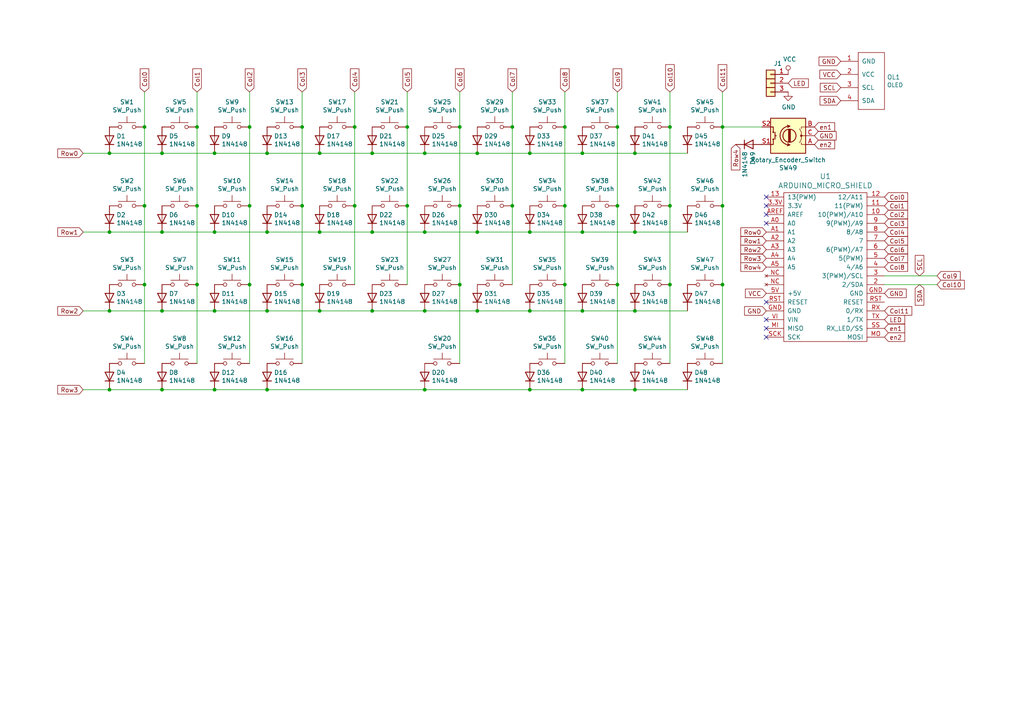
<source format=kicad_sch>
(kicad_sch (version 20211123) (generator eeschema)
  (paper "A4")
  (junction (at -92.71 64.77))
  (junction (at 31.75 113.03))
  (junction (at 123.19 44.45))
  (junction (at -54.61 100.33))
  (junction (at -168.91 90.17))
  (junction (at -35.56 21.59))
  (junction (at -149.86 36.83))
  (junction (at 92.71 67.31))
  (junction (at -149.86 100.33))
  (junction (at 184.15 44.45))
  (junction (at 57.15 36.83))
  (junction (at -73.66 115.57))
  (junction (at -35.56 115.57))
  (junction (at -130.81 115.57))
  (junction (at 92.71 90.17))
  (junction (at -130.81 64.77))
  (junction (at -149.86 90.17))
  (junction (at -111.76 49.53))
  (junction (at 87.63 36.83))
  (junction (at 148.59 59.69))
  (junction (at -92.71 36.83))
  (junction (at -130.81 36.83))
  (junction (at -187.96 74.93))
  (junction (at 62.23 113.03))
  (junction (at -35.56 64.77))
  (junction (at -207.01 74.93))
  (junction (at 107.95 44.45))
  (junction (at -54.61 115.57))
  (junction (at 148.59 36.83))
  (junction (at 194.31 59.69))
  (junction (at 72.39 36.83))
  (junction (at 168.91 113.03))
  (junction (at -54.61 90.17))
  (junction (at 133.35 82.55))
  (junction (at -168.91 64.77))
  (junction (at -226.06 36.83))
  (junction (at -35.56 100.33))
  (junction (at 133.35 59.69))
  (junction (at -207.01 36.83))
  (junction (at -73.66 100.33))
  (junction (at -226.06 90.17))
  (junction (at -226.06 74.93))
  (junction (at -111.76 74.93))
  (junction (at -16.51 115.57))
  (junction (at -73.66 64.77))
  (junction (at 153.67 90.17))
  (junction (at -16.51 100.33))
  (junction (at -130.81 90.17))
  (junction (at 31.75 90.17))
  (junction (at 184.15 113.03))
  (junction (at 153.67 44.45))
  (junction (at 179.07 36.83))
  (junction (at 168.91 67.31))
  (junction (at -168.91 74.93))
  (junction (at 77.47 90.17))
  (junction (at 77.47 44.45))
  (junction (at 46.99 67.31))
  (junction (at -92.71 49.53))
  (junction (at 87.63 82.55))
  (junction (at 41.91 59.69))
  (junction (at 163.83 36.83))
  (junction (at -73.66 21.59))
  (junction (at -73.66 74.93))
  (junction (at -54.61 64.77))
  (junction (at 209.55 36.83))
  (junction (at 163.83 82.55))
  (junction (at 168.91 90.17))
  (junction (at 107.95 67.31))
  (junction (at 163.83 59.69))
  (junction (at -111.76 90.17))
  (junction (at -35.56 49.53))
  (junction (at -130.81 21.59))
  (junction (at 107.95 90.17))
  (junction (at -35.56 90.17))
  (junction (at 168.91 44.45))
  (junction (at 179.07 82.55))
  (junction (at -111.76 64.77))
  (junction (at 179.07 59.69))
  (junction (at 46.99 90.17))
  (junction (at 46.99 113.03))
  (junction (at -187.96 90.17))
  (junction (at -92.71 74.93))
  (junction (at -149.86 64.77))
  (junction (at 46.99 44.45))
  (junction (at 41.91 36.83))
  (junction (at 62.23 90.17))
  (junction (at 209.55 59.69))
  (junction (at -111.76 36.83))
  (junction (at -92.71 90.17))
  (junction (at 87.63 59.69))
  (junction (at 62.23 44.45))
  (junction (at -207.01 21.59))
  (junction (at 153.67 67.31))
  (junction (at -111.76 115.57))
  (junction (at -187.96 36.83))
  (junction (at 194.31 36.83))
  (junction (at -149.86 21.59))
  (junction (at -35.56 36.83))
  (junction (at 138.43 44.45))
  (junction (at -187.96 49.53))
  (junction (at 194.31 82.55))
  (junction (at 184.15 67.31))
  (junction (at -130.81 49.53))
  (junction (at 77.47 67.31))
  (junction (at -111.76 100.33))
  (junction (at -54.61 21.59))
  (junction (at -187.96 64.77))
  (junction (at 118.11 36.83))
  (junction (at -73.66 90.17))
  (junction (at -149.86 74.93))
  (junction (at -54.61 36.83))
  (junction (at -226.06 21.59))
  (junction (at 133.35 36.83))
  (junction (at 123.19 67.31))
  (junction (at 138.43 90.17))
  (junction (at -54.61 49.53))
  (junction (at 102.87 59.69))
  (junction (at 72.39 59.69))
  (junction (at 41.91 82.55))
  (junction (at -73.66 36.83))
  (junction (at 31.75 44.45))
  (junction (at 31.75 67.31))
  (junction (at 123.19 113.03))
  (junction (at -16.51 64.77))
  (junction (at -92.71 115.57))
  (junction (at 57.15 82.55))
  (junction (at -207.01 90.17))
  (junction (at -92.71 100.33))
  (junction (at 77.47 113.03))
  (junction (at -16.51 49.53))
  (junction (at 92.71 44.45))
  (junction (at -207.01 49.53))
  (junction (at -168.91 49.53))
  (junction (at -168.91 36.83))
  (junction (at -149.86 115.57))
  (junction (at -111.76 21.59))
  (junction (at -187.96 21.59))
  (junction (at -35.56 74.93))
  (junction (at 184.15 90.17))
  (junction (at 118.11 59.69))
  (junction (at -149.86 49.53))
  (junction (at 57.15 59.69))
  (junction (at -207.01 64.77))
  (junction (at 102.87 36.83))
  (junction (at 138.43 67.31))
  (junction (at -92.71 21.59))
  (junction (at 62.23 67.31))
  (junction (at -168.91 21.59))
  (junction (at 209.55 82.55))
  (junction (at -73.66 49.53))
  (junction (at 153.67 113.03))
  (junction (at 72.39 82.55))
  (junction (at -130.81 100.33))
  (junction (at -130.81 74.93))
  (junction (at -54.61 74.93))
  (junction (at 123.19 90.17))
  (no_connect (at 222.25 59.69))
  (no_connect (at 222.25 92.71))
  (no_connect (at 222.25 87.63))
  (no_connect (at 222.25 57.15))
  (no_connect (at 222.25 62.23))
  (no_connect (at 222.25 97.79))
  (no_connect (at 222.25 95.25))
  (no_connect (at 222.25 64.77))
  (wire (pts (xy 138.43 44.45) (xy 153.67 44.45)))
  (wire (pts (xy 163.83 36.83) (xy 163.83 59.69)))
  (wire (pts (xy -73.66 100.33) (xy -92.71 100.33)))
  (wire (pts (xy -149.86 36.83) (xy -130.81 36.83)))
  (wire (pts (xy -73.66 49.53) (xy -92.71 49.53)))
  (wire (pts (xy -92.71 115.57) (xy -73.66 115.57)))
  (wire (pts (xy -16.51 100.33) (xy -35.56 100.33)))
  (wire (pts (xy 133.35 82.55) (xy 133.35 105.41)))
  (wire (pts (xy -35.56 49.53) (xy -54.61 49.53)))
  (wire (pts (xy -180.34 29.21) (xy -176.53 29.21)))
  (wire (pts (xy -73.66 36.83) (xy -54.61 36.83)))
  (wire (pts (xy -104.14 82.55) (xy -100.33 82.55)))
  (wire (pts (xy -123.19 82.55) (xy -119.38 82.55)))
  (wire (pts (xy -35.56 100.33) (xy -54.61 100.33)))
  (wire (pts (xy -27.94 29.21) (xy -24.13 29.21)))
  (wire (pts (xy 92.71 67.31) (xy 107.95 67.31)))
  (wire (pts (xy 46.99 67.31) (xy 62.23 67.31)))
  (wire (pts (xy -207.01 74.93) (xy -187.96 74.93)))
  (wire (pts (xy 271.78 82.55) (xy 256.54 82.55)))
  (wire (pts (xy -111.76 90.17) (xy -130.81 90.17)))
  (wire (pts (xy -233.68 57.15) (xy -236.22 57.15)))
  (wire (pts (xy -232.41 36.83) (xy -226.06 36.83)))
  (wire (pts (xy -27.94 82.55) (xy -24.13 82.55)))
  (wire (pts (xy -187.96 90.17) (xy -207.01 90.17)))
  (wire (pts (xy 194.31 26.67) (xy 194.31 36.83)))
  (wire (pts (xy 184.15 90.17) (xy 199.39 90.17)))
  (wire (pts (xy -168.91 115.57) (xy -149.86 115.57)))
  (wire (pts (xy -130.81 90.17) (xy -149.86 90.17)))
  (wire (pts (xy 123.19 44.45) (xy 138.43 44.45)))
  (wire (pts (xy -35.56 36.83) (xy -16.51 36.83)))
  (wire (pts (xy -195.58 57.15) (xy -199.39 57.15)))
  (wire (pts (xy -187.96 21.59) (xy -168.91 21.59)))
  (wire (pts (xy 209.55 26.67) (xy 209.55 36.83)))
  (wire (pts (xy -66.04 82.55) (xy -62.23 82.55)))
  (wire (pts (xy -92.71 90.17) (xy -111.76 90.17)))
  (wire (pts (xy 168.91 44.45) (xy 184.15 44.45)))
  (wire (pts (xy -16.51 49.53) (xy -35.56 49.53)))
  (wire (pts (xy -62.23 107.95) (xy -66.04 107.95)))
  (wire (pts (xy 102.87 36.83) (xy 102.87 59.69)))
  (wire (pts (xy 123.19 67.31) (xy 138.43 67.31)))
  (wire (pts (xy -142.24 29.21) (xy -138.43 29.21)))
  (wire (pts (xy -130.81 100.33) (xy -149.86 100.33)))
  (wire (pts (xy -54.61 100.33) (xy -73.66 100.33)))
  (wire (pts (xy -24.13 57.15) (xy -27.94 57.15)))
  (wire (pts (xy 133.35 26.67) (xy 133.35 36.83)))
  (wire (pts (xy -111.76 36.83) (xy -92.71 36.83)))
  (wire (pts (xy 62.23 67.31) (xy 77.47 67.31)))
  (wire (pts (xy -24.13 107.95) (xy -27.94 107.95)))
  (wire (pts (xy 102.87 59.69) (xy 102.87 82.55)))
  (wire (pts (xy 220.98 36.83) (xy 209.55 36.83)))
  (wire (pts (xy 31.75 44.45) (xy 46.99 44.45)))
  (wire (pts (xy -226.06 90.17) (xy -232.41 90.17)))
  (wire (pts (xy -62.23 57.15) (xy -66.04 57.15)))
  (wire (pts (xy 271.78 80.01) (xy 256.54 80.01)))
  (wire (pts (xy 31.75 67.31) (xy 46.99 67.31)))
  (wire (pts (xy 72.39 26.67) (xy 72.39 36.83)))
  (wire (pts (xy 133.35 59.69) (xy 133.35 82.55)))
  (wire (pts (xy -73.66 90.17) (xy -92.71 90.17)))
  (wire (pts (xy -43.18 57.15) (xy -46.99 57.15)))
  (wire (pts (xy 41.91 82.55) (xy 41.91 105.41)))
  (wire (pts (xy -138.43 57.15) (xy -142.24 57.15)))
  (wire (pts (xy 46.99 113.03) (xy 62.23 113.03)))
  (wire (pts (xy 92.71 44.45) (xy 107.95 44.45)))
  (wire (pts (xy -232.41 74.93) (xy -226.06 74.93)))
  (wire (pts (xy -66.04 29.21) (xy -62.23 29.21)))
  (wire (pts (xy -161.29 82.55) (xy -157.48 82.55)))
  (wire (pts (xy -81.28 107.95) (xy -85.09 107.95)))
  (wire (pts (xy -16.51 90.17) (xy -35.56 90.17)))
  (wire (pts (xy 87.63 82.55) (xy 87.63 105.41)))
  (wire (pts (xy -92.71 21.59) (xy -73.66 21.59)))
  (wire (pts (xy 179.07 59.69) (xy 179.07 82.55)))
  (wire (pts (xy 123.19 113.03) (xy 153.67 113.03)))
  (wire (pts (xy 168.91 90.17) (xy 184.15 90.17)))
  (wire (pts (xy 46.99 90.17) (xy 62.23 90.17)))
  (wire (pts (xy -16.51 64.77) (xy -10.16 64.77)))
  (wire (pts (xy -73.66 74.93) (xy -54.61 74.93)))
  (wire (pts (xy -35.56 115.57) (xy -16.51 115.57)))
  (wire (pts (xy 62.23 44.45) (xy 77.47 44.45)))
  (wire (pts (xy 118.11 36.83) (xy 118.11 59.69)))
  (wire (pts (xy -8.89 29.21) (xy -6.35 29.21)))
  (wire (pts (xy 179.07 26.67) (xy 179.07 36.83)))
  (wire (pts (xy -6.35 82.55) (xy -6.35 107.95)))
  (wire (pts (xy 118.11 59.69) (xy 118.11 82.55)))
  (wire (pts (xy 87.63 36.83) (xy 87.63 59.69)))
  (wire (pts (xy -226.06 36.83) (xy -207.01 36.83)))
  (wire (pts (xy -10.16 49.53) (xy -16.51 49.53)))
  (wire (pts (xy -46.99 82.55) (xy -43.18 82.55)))
  (wire (pts (xy -35.56 21.59) (xy -16.51 21.59)))
  (wire (pts (xy -218.44 82.55) (xy -214.63 82.55)))
  (wire (pts (xy 107.95 67.31) (xy 123.19 67.31)))
  (wire (pts (xy 209.55 82.55) (xy 209.55 105.41)))
  (wire (pts (xy 184.15 44.45) (xy 199.39 44.45)))
  (wire (pts (xy 46.99 44.45) (xy 62.23 44.45)))
  (wire (pts (xy -111.76 100.33) (xy -130.81 100.33)))
  (wire (pts (xy -149.86 21.59) (xy -130.81 21.59)))
  (wire (pts (xy 184.15 67.31) (xy 199.39 67.31)))
  (wire (pts (xy -119.38 107.95) (xy -123.19 107.95)))
  (wire (pts (xy 107.95 90.17) (xy 123.19 90.17)))
  (wire (pts (xy -187.96 74.93) (xy -168.91 74.93)))
  (wire (pts (xy -149.86 115.57) (xy -130.81 115.57)))
  (wire (pts (xy -54.61 64.77) (xy -35.56 64.77)))
  (wire (pts (xy 102.87 26.67) (xy 102.87 36.83)))
  (wire (pts (xy -43.18 107.95) (xy -46.99 107.95)))
  (wire (pts (xy -236.22 82.55) (xy -233.68 82.55)))
  (wire (pts (xy -130.81 74.93) (xy -111.76 74.93)))
  (wire (pts (xy -180.34 82.55) (xy -176.53 82.55)))
  (wire (pts (xy 168.91 113.03) (xy 184.15 113.03)))
  (wire (pts (xy -218.44 29.21) (xy -214.63 29.21)))
  (wire (pts (xy 153.67 44.45) (xy 168.91 44.45)))
  (wire (pts (xy -104.14 29.21) (xy -100.33 29.21)))
  (wire (pts (xy -157.48 57.15) (xy -161.29 57.15)))
  (wire (pts (xy 184.15 113.03) (xy 199.39 113.03)))
  (wire (pts (xy 24.13 90.17) (xy 31.75 90.17)))
  (wire (pts (xy 194.31 36.83) (xy 194.31 59.69)))
  (wire (pts (xy 148.59 59.69) (xy 148.59 82.55)))
  (wire (pts (xy -161.29 29.21) (xy -157.48 29.21)))
  (wire (pts (xy -73.66 64.77) (xy -54.61 64.77)))
  (wire (pts (xy -100.33 107.95) (xy -104.14 107.95)))
  (wire (pts (xy 31.75 90.17) (xy 46.99 90.17)))
  (wire (pts (xy 72.39 82.55) (xy 72.39 105.41)))
  (wire (pts (xy -149.86 100.33) (xy -168.91 100.33)))
  (wire (pts (xy -92.71 74.93) (xy -73.66 74.93)))
  (wire (pts (xy -187.96 64.77) (xy -168.91 64.77)))
  (wire (pts (xy 41.91 26.67) (xy 41.91 36.83)))
  (wire (pts (xy -236.22 57.15) (xy -236.22 82.55)))
  (wire (pts (xy 138.43 90.17) (xy 153.67 90.17)))
  (wire (pts (xy -168.91 74.93) (xy -149.86 74.93)))
  (wire (pts (xy -6.35 57.15) (xy -8.89 57.15)))
  (wire (pts (xy 107.95 44.45) (xy 123.19 44.45)))
  (wire (pts (xy 148.59 26.67) (xy 148.59 36.83)))
  (wire (pts (xy -226.06 74.93) (xy -207.01 74.93)))
  (wire (pts (xy -111.76 64.77) (xy -92.71 64.77)))
  (wire (pts (xy -207.01 49.53) (xy -226.06 49.53)))
  (wire (pts (xy -214.63 57.15) (xy -218.44 57.15)))
  (wire (pts (xy -199.39 82.55) (xy -195.58 82.55)))
  (wire (pts (xy -111.76 49.53) (xy -130.81 49.53)))
  (wire (pts (xy -6.35 29.21) (xy -6.35 57.15)))
  (wire (pts (xy -187.96 36.83) (xy -168.91 36.83)))
  (wire (pts (xy 62.23 90.17) (xy 77.47 90.17)))
  (wire (pts (xy -92.71 100.33) (xy -111.76 100.33)))
  (wire (pts (xy -111.76 115.57) (xy -92.71 115.57)))
  (wire (pts (xy -54.61 90.17) (xy -73.66 90.17)))
  (wire (pts (xy -73.66 115.57) (xy -54.61 115.57)))
  (wire (pts (xy -176.53 57.15) (xy -180.34 57.15)))
  (wire (pts (xy 62.23 113.03) (xy 77.47 113.03)))
  (wire (pts (xy -54.61 115.57) (xy -35.56 115.57)))
  (wire (pts (xy -199.39 29.21) (xy -195.58 29.21)))
  (wire (pts (xy 77.47 67.31) (xy 92.71 67.31)))
  (wire (pts (xy 57.15 26.67) (xy 57.15 36.83)))
  (wire (pts (xy 92.71 90.17) (xy 107.95 90.17)))
  (wire (pts (xy -149.86 49.53) (xy -168.91 49.53)))
  (wire (pts (xy -130.81 115.57) (xy -111.76 115.57)))
  (wire (pts (xy -111.76 74.93) (xy -92.71 74.93)))
  (wire (pts (xy -130.81 21.59) (xy -111.76 21.59)))
  (wire (pts (xy -130.81 49.53) (xy -149.86 49.53)))
  (wire (pts (xy -35.56 90.17) (xy -54.61 90.17)))
  (wire (pts (xy 209.55 36.83) (xy 209.55 59.69)))
  (wire (pts (xy -123.19 29.21) (xy -119.38 29.21)))
  (wire (pts (xy -54.61 74.93) (xy -35.56 74.93)))
  (wire (pts (xy -149.86 74.93) (xy -130.81 74.93)))
  (wire (pts (xy 209.55 59.69) (xy 209.55 82.55)))
  (wire (pts (xy -16.51 115.57) (xy -10.16 115.57)))
  (wire (pts (xy 41.91 59.69) (xy 41.91 82.55)))
  (wire (pts (xy 31.75 113.03) (xy 46.99 113.03)))
  (wire (pts (xy -187.96 49.53) (xy -207.01 49.53)))
  (wire (pts (xy -100.33 57.15) (xy -104.14 57.15)))
  (wire (pts (xy -226.06 21.59) (xy -207.01 21.59)))
  (wire (pts (xy 168.91 67.31) (xy 184.15 67.31)))
  (wire (pts (xy 153.67 113.03) (xy 168.91 113.03)))
  (wire (pts (xy 194.31 59.69) (xy 194.31 82.55)))
  (wire (pts (xy 179.07 36.83) (xy 179.07 59.69)))
  (wire (pts (xy -207.01 21.59) (xy -187.96 21.59)))
  (wire (pts (xy -81.28 57.15) (xy -85.09 57.15)))
  (wire (pts (xy -92.71 49.53) (xy -111.76 49.53)))
  (wire (pts (xy 194.31 82.55) (xy 194.31 105.41)))
  (wire (pts (xy -149.86 64.77) (xy -130.81 64.77)))
  (wire (pts (xy 57.15 36.83) (xy 57.15 59.69)))
  (wire (pts (xy -207.01 36.83) (xy -187.96 36.83)))
  (wire (pts (xy 77.47 44.45) (xy 92.71 44.45)))
  (wire (pts (xy -149.86 90.17) (xy -168.91 90.17)))
  (wire (pts (xy -207.01 90.17) (xy -226.06 90.17)))
  (wire (pts (xy 153.67 90.17) (xy 168.91 90.17)))
  (wire (pts (xy 87.63 59.69) (xy 87.63 82.55)))
  (wire (pts (xy -10.16 100.33) (xy -16.51 100.33)))
  (wire (pts (xy 118.11 26.67) (xy 118.11 36.83)))
  (wire (pts (xy -85.09 82.55) (xy -81.28 82.55)))
  (wire (pts (xy -168.91 90.17) (xy -187.96 90.17)))
  (wire (pts (xy 153.67 67.31) (xy 168.91 67.31)))
  (wire (pts (xy -92.71 36.83) (xy -73.66 36.83)))
  (wire (pts (xy 123.19 90.17) (xy 138.43 90.17)))
  (wire (pts (xy -73.66 21.59) (xy -54.61 21.59)))
  (wire (pts (xy 24.13 44.45) (xy 31.75 44.45)))
  (wire (pts (xy -138.43 107.95) (xy -142.24 107.95)))
  (wire (pts (xy 72.39 59.69) (xy 72.39 82.55)))
  (wire (pts (xy -8.89 82.55) (xy -6.35 82.55)))
  (wire (pts (xy -168.91 36.83) (xy -149.86 36.83)))
  (wire (pts (xy 138.43 67.31) (xy 153.67 67.31)))
  (wire (pts (xy 179.07 82.55) (xy 179.07 105.41)))
  (wire (pts (xy -130.81 64.77) (xy -111.76 64.77)))
  (wire (pts (xy -226.06 64.77) (xy -207.01 64.77)))
  (wire (pts (xy 24.13 67.31) (xy 31.75 67.31)))
  (wire (pts (xy -119.38 57.15) (xy -123.19 57.15)))
  (wire (pts (xy -85.09 29.21) (xy -81.28 29.21)))
  (wire (pts (xy -168.91 21.59) (xy -149.86 21.59)))
  (wire (pts (xy 41.91 36.83) (xy 41.91 59.69)))
  (wire (pts (xy 87.63 26.67) (xy 87.63 36.83)))
  (wire (pts (xy -168.91 64.77) (xy -149.86 64.77)))
  (wire (pts (xy -35.56 64.77) (xy -16.51 64.77)))
  (wire (pts (xy 77.47 90.17) (xy 92.71 90.17)))
  (wire (pts (xy -92.71 64.77) (xy -73.66 64.77)))
  (wire (pts (xy -168.91 49.53) (xy -187.96 49.53)))
  (wire (pts (xy -54.61 49.53) (xy -73.66 49.53)))
  (wire (pts (xy -54.61 36.83) (xy -35.56 36.83)))
  (wire (pts (xy 57.15 82.55) (xy 57.15 105.41)))
  (wire (pts (xy 163.83 82.55) (xy 163.83 105.41)))
  (wire (pts (xy 163.83 26.67) (xy 163.83 36.83)))
  (wire (pts (xy 77.47 113.03) (xy 123.19 113.03)))
  (wire (pts (xy 163.83 59.69) (xy 163.83 82.55)))
  (wire (pts (xy -157.48 107.95) (xy -161.29 107.95)))
  (wire (pts (xy -35.56 74.93) (xy -16.51 74.93)))
  (wire (pts (xy -232.41 21.59) (xy -226.06 21.59)))
  (wire (pts (xy 133.35 36.83) (xy 133.35 59.69)))
  (wire (pts (xy -6.35 107.95) (xy -8.89 107.95)))
  (wire (pts (xy 57.15 59.69) (xy 57.15 82.55)))
  (wire (pts (xy -142.24 82.55) (xy -138.43 82.55)))
  (wire (pts (xy 148.59 36.83) (xy 148.59 59.69)))
  (wire (pts (xy 72.39 36.83) (xy 72.39 59.69)))
  (wire (pts (xy 24.13 113.03) (xy 31.75 113.03)))
  (wire (pts (xy -54.61 21.59) (xy -35.56 21.59)))
  (wire (pts (xy -207.01 64.77) (xy -187.96 64.77)))
  (wire (pts (xy -46.99 29.21) (xy -43.18 29.21)))
  (wire (pts (xy -130.81 36.83) (xy -111.76 36.83)))
  (wire (pts (xy -111.76 21.59) (xy -92.71 21.59)))
  (global_label "Col6" (shape input) (at 256.54 72.39 0) (property "Intersheet References" "${INTERSHEET_REFS}" (effects hide)))
  (global_label "Col1" (shape input) (at 256.54 59.69 0) (property "Intersheet References" "${INTERSHEET_REFS}" (effects hide)))
  (global_label "GND" (shape input) (at 222.25 90.17 180) (property "Intersheet References" "${INTERSHEET_REFS}" (effects hide)))
  (global_label "Col11" (shape input) (at 209.55 26.67 90) (property "Intersheet References" "${INTERSHEET_REFS}" (effects hide)))
  (global_label "Row1" (shape input) (at 24.13 67.31 180) (property "Intersheet References" "${INTERSHEET_REFS}" (effects hide)))
  (global_label "Row3" (shape input) (at 222.25 74.93 180) (property "Intersheet References" "${INTERSHEET_REFS}" (effects hide)))
  (global_label "en2" (shape input) (at 236.22 41.91 0) (property "Intersheet References" "${INTERSHEET_REFS}" (effects hide)))
  (global_label "en1" (shape input) (at 256.54 95.25 0) (property "Intersheet References" "${INTERSHEET_REFS}" (effects hide)))
  (global_label "LED" (shape input) (at 256.54 92.71 0) (property "Intersheet References" "${INTERSHEET_REFS}" (effects hide)))
  (global_label "Col8" (shape input) (at 256.54 77.47 0) (property "Intersheet References" "${INTERSHEET_REFS}" (effects hide)))
  (global_label "Row3" (shape input) (at 24.13 113.03 180) (property "Intersheet References" "${INTERSHEET_REFS}" (effects hide)))
  (global_label "Row0" (shape input) (at 24.13 44.45 180) (property "Intersheet References" "${INTERSHEET_REFS}" (effects hide)))
  (global_label "Col4" (shape input) (at 102.87 26.67 90) (property "Intersheet References" "${INTERSHEET_REFS}" (effects hide)))
  (global_label "SDA" (shape input) (at 243.84 29.21 180) (property "Intersheet References" "${INTERSHEET_REFS}" (effects hide)))
  (global_label "Col0" (shape input) (at 256.54 57.15 0) (property "Intersheet References" "${INTERSHEET_REFS}" (effects hide)))
  (global_label "Row0" (shape input) (at 222.25 67.31 180) (property "Intersheet References" "${INTERSHEET_REFS}" (effects hide)))
  (global_label "en2" (shape input) (at 256.54 97.79 0) (property "Intersheet References" "${INTERSHEET_REFS}" (effects hide)))
  (global_label "Col5" (shape input) (at 256.54 69.85 0) (property "Intersheet References" "${INTERSHEET_REFS}" (effects hide)))
  (global_label "LED" (shape input) (at 228.6 24.13 0) (property "Intersheet References" "${INTERSHEET_REFS}" (effects hide)))
  (global_label "Row1" (shape input) (at 222.25 69.85 180) (property "Intersheet References" "${INTERSHEET_REFS}" (effects hide)))
  (global_label "GND" (shape input) (at 236.22 39.37 0) (property "Intersheet References" "${INTERSHEET_REFS}" (effects hide)))
  (global_label "Col7" (shape input) (at 256.54 74.93 0) (property "Intersheet References" "${INTERSHEET_REFS}" (effects hide)))
  (global_label "Col0" (shape input) (at 41.91 26.67 90) (property "Intersheet References" "${INTERSHEET_REFS}" (effects hide)))
  (global_label "GND" (shape input) (at 243.84 17.78 180) (property "Intersheet References" "${INTERSHEET_REFS}" (effects hide)))
  (global_label "Col2" (shape input) (at 256.54 62.23 0) (property "Intersheet References" "${INTERSHEET_REFS}" (effects hide)))
  (global_label "Col2" (shape input) (at 72.39 26.67 90) (property "Intersheet References" "${INTERSHEET_REFS}" (effects hide)))
  (global_label "Row4" (shape input) (at 213.36 41.91 270) (property "Intersheet References" "${INTERSHEET_REFS}" (effects hide)))
  (global_label "VCC" (shape input) (at 222.25 85.09 180) (property "Intersheet References" "${INTERSHEET_REFS}" (effects hide)))
  (global_label "SCL" (shape input) (at 266.7 80.01 90) (property "Intersheet References" "${INTERSHEET_REFS}" (effects hide)))
  (global_label "Col3" (shape input) (at 87.63 26.67 90) (property "Intersheet References" "${INTERSHEET_REFS}" (effects hide)))
  (global_label "Col10" (shape input) (at 194.31 26.67 90) (property "Intersheet References" "${INTERSHEET_REFS}" (effects hide)))
  (global_label "LED" (shape input) (at -233.68 29.21 180) (property "Intersheet References" "${INTERSHEET_REFS}" (effects hide)))
  (global_label "Col7" (shape input) (at 148.59 26.67 90) (property "Intersheet References" "${INTERSHEET_REFS}" (effects hide)))
  (global_label "Col5" (shape input) (at 118.11 26.67 90) (property "Intersheet References" "${INTERSHEET_REFS}" (effects hide)))
  (global_label "Row2" (shape input) (at 222.25 72.39 180) (property "Intersheet References" "${INTERSHEET_REFS}" (effects hide)))
  (global_label "Row2" (shape input) (at 24.13 90.17 180) (property "Intersheet References" "${INTERSHEET_REFS}" (effects hide)))
  (global_label "Col4" (shape input) (at 256.54 67.31 0) (property "Intersheet References" "${INTERSHEET_REFS}" (effects hide)))
  (global_label "Col8" (shape input) (at 163.83 26.67 90) (property "Intersheet References" "${INTERSHEET_REFS}" (effects hide)))
  (global_label "Col1" (shape input) (at 57.15 26.67 90) (property "Intersheet References" "${INTERSHEET_REFS}" (effects hide)))
  (global_label "VCC" (shape input) (at 243.84 21.59 180) (property "Intersheet References" "${INTERSHEET_REFS}" (effects hide)))
  (global_label "SCL" (shape input) (at 243.84 25.4 180) (property "Intersheet References" "${INTERSHEET_REFS}" (effects hide)))
  (global_label "Col11" (shape input) (at 256.54 90.17 0) (property "Intersheet References" "${INTERSHEET_REFS}" (effects hide)))
  (global_label "Col9" (shape input) (at 179.07 26.67 90) (property "Intersheet References" "${INTERSHEET_REFS}" (effects hide)))
  (global_label "Col9" (shape input) (at 271.78 80.01 0) (property "Intersheet References" "${INTERSHEET_REFS}" (effects hide)))
  (global_label "Row4" (shape input) (at 222.25 77.47 180) (property "Intersheet References" "${INTERSHEET_REFS}" (effects hide)))
  (global_label "Col6" (shape input) (at 133.35 26.67 90) (property "Intersheet References" "${INTERSHEET_REFS}" (effects hide)))
  (global_label "Col10" (shape input) (at 271.78 82.55 0) (property "Intersheet References" "${INTERSHEET_REFS}" (effects hide)))
  (global_label "Col3" (shape input) (at 256.54 64.77 0) (property "Intersheet References" "${INTERSHEET_REFS}" (effects hide)))
  (global_label "en1" (shape input) (at 236.22 36.83 0) (property "Intersheet References" "${INTERSHEET_REFS}" (effects hide)))
  (global_label "SDA" (shape input) (at 266.7 82.55 270) (property "Intersheet References" "${INTERSHEET_REFS}" (effects hide)))
  (global_label "GND" (shape input) (at 256.54 85.09 0) (property "Intersheet References" "${INTERSHEET_REFS}" (effects hide)))
  (symbol (lib_id "Switch:SW_Push") (at 36.83 36.83 0) (unit 1)
    (property "Reference" "SW1" (at 36.83 29.591 0))
    (property "Value" "SW_Push" (at 36.83 31.9024 0))
    (property "Footprint" "Mech0:CherryMX_Hotswap" (effects hide))
  )
  (symbol (lib_id "Switch:SW_Push") (at 52.07 36.83 0) (unit 1)
    (property "Reference" "SW5" (at 52.07 29.591 0))
    (property "Value" "SW_Push" (at 52.07 31.9024 0))
    (property "Footprint" "Mech0:CherryMX_Hotswap" (effects hide))
  )
  (symbol (lib_id "Switch:SW_Push") (at 67.31 36.83 0) (unit 1)
    (property "Reference" "SW9" (at 67.31 29.591 0))
    (property "Value" "SW_Push" (at 67.31 31.9024 0))
    (property "Footprint" "Mech0:CherryMX_Hotswap" (effects hide))
  )
  (symbol (lib_id "Switch:SW_Push") (at 82.55 36.83 0) (unit 1)
    (property "Reference" "SW13" (at 82.55 29.591 0))
    (property "Value" "SW_Push" (at 82.55 31.9024 0))
    (property "Footprint" "Mech0:CherryMX_Hotswap" (effects hide))
  )
  (symbol (lib_id "Switch:SW_Push") (at 97.79 36.83 0) (unit 1)
    (property "Reference" "SW17" (at 97.79 29.591 0))
    (property "Value" "SW_Push" (at 97.79 31.9024 0))
    (property "Footprint" "Mech0:CherryMX_Hotswap" (effects hide))
  )
  (symbol (lib_id "Switch:SW_Push") (at 113.03 36.83 0) (unit 1)
    (property "Reference" "SW21" (at 113.03 29.591 0))
    (property "Value" "SW_Push" (at 113.03 31.9024 0))
    (property "Footprint" "Mech0:CherryMX_Hotswap" (effects hide))
  )
  (symbol (lib_id "Switch:SW_Push") (at 128.27 36.83 0) (unit 1)
    (property "Reference" "SW25" (at 128.27 29.591 0))
    (property "Value" "SW_Push" (at 128.27 31.9024 0))
    (property "Footprint" "Mech0:CherryMX_Hotswap" (effects hide))
  )
  (symbol (lib_id "Switch:SW_Push") (at 143.51 36.83 0) (unit 1)
    (property "Reference" "SW29" (at 143.51 29.591 0))
    (property "Value" "SW_Push" (at 143.51 31.9024 0))
    (property "Footprint" "Mech0:CherryMX_Hotswap" (effects hide))
  )
  (symbol (lib_id "Switch:SW_Push") (at 158.75 36.83 0) (unit 1)
    (property "Reference" "SW33" (at 158.75 29.591 0))
    (property "Value" "SW_Push" (at 158.75 31.9024 0))
    (property "Footprint" "Mech0:CherryMX_Hotswap" (effects hide))
  )
  (symbol (lib_id "Switch:SW_Push") (at 173.99 36.83 0) (unit 1)
    (property "Reference" "SW37" (at 173.99 29.591 0))
    (property "Value" "SW_Push" (at 173.99 31.9024 0))
    (property "Footprint" "Mech0:CherryMX_Hotswap" (effects hide))
  )
  (symbol (lib_id "Switch:SW_Push") (at 189.23 36.83 0) (unit 1)
    (property "Reference" "SW41" (at 189.23 29.591 0))
    (property "Value" "SW_Push" (at 189.23 31.9024 0))
    (property "Footprint" "Mech0:CherryMX_Hotswap" (effects hide))
  )
  (symbol (lib_id "Switch:SW_Push") (at 204.47 36.83 0) (unit 1)
    (property "Reference" "SW45" (at 204.47 29.591 0))
    (property "Value" "SW_Push" (at 204.47 31.9024 0))
    (property "Footprint" "Mech0:CherryMX_Hotswap" (effects hide))
  )
  (symbol (lib_id "Switch:SW_Push") (at 36.83 59.69 0) (unit 1)
    (property "Reference" "SW2" (at 36.83 52.451 0))
    (property "Value" "SW_Push" (at 36.83 54.7624 0))
    (property "Footprint" "Mech0:CherryMX_Hotswap" (effects hide))
  )
  (symbol (lib_id "Switch:SW_Push") (at 52.07 59.69 0) (unit 1)
    (property "Reference" "SW6" (at 52.07 52.451 0))
    (property "Value" "SW_Push" (at 52.07 54.7624 0))
    (property "Footprint" "Mech0:CherryMX_Hotswap" (effects hide))
  )
  (symbol (lib_id "Switch:SW_Push") (at 67.31 59.69 0) (unit 1)
    (property "Reference" "SW10" (at 67.31 52.451 0))
    (property "Value" "SW_Push" (at 67.31 54.7624 0))
    (property "Footprint" "Mech0:CherryMX_Hotswap" (effects hide))
  )
  (symbol (lib_id "Switch:SW_Push") (at 82.55 59.69 0) (unit 1)
    (property "Reference" "SW14" (at 82.55 52.451 0))
    (property "Value" "SW_Push" (at 82.55 54.7624 0))
    (property "Footprint" "Mech0:CherryMX_Hotswap" (effects hide))
  )
  (symbol (lib_id "Switch:SW_Push") (at 97.79 59.69 0) (unit 1)
    (property "Reference" "SW18" (at 97.79 52.451 0))
    (property "Value" "SW_Push" (at 97.79 54.7624 0))
    (property "Footprint" "Mech0:CherryMX_Hotswap" (effects hide))
  )
  (symbol (lib_id "Switch:SW_Push") (at 113.03 59.69 0) (unit 1)
    (property "Reference" "SW22" (at 113.03 52.451 0))
    (property "Value" "SW_Push" (at 113.03 54.7624 0))
    (property "Footprint" "Mech0:CherryMX_Hotswap" (effects hide))
  )
  (symbol (lib_id "Switch:SW_Push") (at 128.27 59.69 0) (unit 1)
    (property "Reference" "SW26" (at 128.27 52.451 0))
    (property "Value" "SW_Push" (at 128.27 54.7624 0))
    (property "Footprint" "Mech0:CherryMX_Hotswap" (effects hide))
  )
  (symbol (lib_id "Switch:SW_Push") (at 143.51 59.69 0) (unit 1)
    (property "Reference" "SW30" (at 143.51 52.451 0))
    (property "Value" "SW_Push" (at 143.51 54.7624 0))
    (property "Footprint" "Mech0:CherryMX_Hotswap" (effects hide))
  )
  (symbol (lib_id "Switch:SW_Push") (at 158.75 59.69 0) (unit 1)
    (property "Reference" "SW34" (at 158.75 52.451 0))
    (property "Value" "SW_Push" (at 158.75 54.7624 0))
    (property "Footprint" "Mech0:CherryMX_Hotswap" (effects hide))
  )
  (symbol (lib_id "Switch:SW_Push") (at 173.99 59.69 0) (unit 1)
    (property "Reference" "SW38" (at 173.99 52.451 0))
    (property "Value" "SW_Push" (at 173.99 54.7624 0))
    (property "Footprint" "Mech0:CherryMX_Hotswap" (effects hide))
  )
  (symbol (lib_id "Switch:SW_Push") (at 189.23 59.69 0) (unit 1)
    (property "Reference" "SW42" (at 189.23 52.451 0))
    (property "Value" "SW_Push" (at 189.23 54.7624 0))
    (property "Footprint" "Mech0:CherryMX_Hotswap" (effects hide))
  )
  (symbol (lib_id "Switch:SW_Push") (at 204.47 59.69 0) (unit 1)
    (property "Reference" "SW46" (at 204.47 52.451 0))
    (property "Value" "SW_Push" (at 204.47 54.7624 0))
    (property "Footprint" "Mech0:CherryMX_Hotswap" (effects hide))
  )
  (symbol (lib_id "Switch:SW_Push") (at 36.83 82.55 0) (unit 1)
    (property "Reference" "SW3" (at 36.83 75.311 0))
    (property "Value" "SW_Push" (at 36.83 77.6224 0))
    (property "Footprint" "Mech0:CherryMX_Hotswap" (effects hide))
  )
  (symbol (lib_id "Switch:SW_Push") (at 52.07 82.55 0) (unit 1)
    (property "Reference" "SW7" (at 52.07 75.311 0))
    (property "Value" "SW_Push" (at 52.07 77.6224 0))
    (property "Footprint" "Mech0:CherryMX_Hotswap" (effects hide))
  )
  (symbol (lib_id "Switch:SW_Push") (at 67.31 82.55 0) (unit 1)
    (property "Reference" "SW11" (at 67.31 75.311 0))
    (property "Value" "SW_Push" (at 67.31 77.6224 0))
    (property "Footprint" "Mech0:CherryMX_Hotswap" (effects hide))
  )
  (symbol (lib_id "Switch:SW_Push") (at 82.55 82.55 0) (unit 1)
    (property "Reference" "SW15" (at 82.55 75.311 0))
    (property "Value" "SW_Push" (at 82.55 77.6224 0))
    (property "Footprint" "Mech0:CherryMX_Hotswap" (effects hide))
  )
  (symbol (lib_id "Switch:SW_Push") (at 97.79 82.55 0) (unit 1)
    (property "Reference" "SW19" (at 97.79 75.311 0))
    (property "Value" "SW_Push" (at 97.79 77.6224 0))
    (property "Footprint" "Mech0:CherryMX_Hotswap" (effects hide))
  )
  (symbol (lib_id "Switch:SW_Push") (at 113.03 82.55 0) (unit 1)
    (property "Reference" "SW23" (at 113.03 75.311 0))
    (property "Value" "SW_Push" (at 113.03 77.6224 0))
    (property "Footprint" "Mech0:CherryMX_Hotswap" (effects hide))
  )
  (symbol (lib_id "Switch:SW_Push") (at 128.27 82.55 0) (unit 1)
    (property "Reference" "SW27" (at 128.27 75.311 0))
    (property "Value" "SW_Push" (at 128.27 77.6224 0))
    (property "Footprint" "Mech0:CherryMX_Hotswap" (effects hide))
  )
  (symbol (lib_id "Switch:SW_Push") (at 143.51 82.55 0) (unit 1)
    (property "Reference" "SW31" (at 143.51 75.311 0))
    (property "Value" "SW_Push" (at 143.51 77.6224 0))
    (property "Footprint" "Mech0:CherryMX_Hotswap" (effects hide))
  )
  (symbol (lib_id "Switch:SW_Push") (at 158.75 82.55 0) (unit 1)
    (property "Reference" "SW35" (at 158.75 75.311 0))
    (property "Value" "SW_Push" (at 158.75 77.6224 0))
    (property "Footprint" "Mech0:CherryMX_Hotswap" (effects hide))
  )
  (symbol (lib_id "Switch:SW_Push") (at 173.99 82.55 0) (unit 1)
    (property "Reference" "SW39" (at 173.99 75.311 0))
    (property "Value" "SW_Push" (at 173.99 77.6224 0))
    (property "Footprint" "Mech0:CherryMX_Hotswap" (effects hide))
  )
  (symbol (lib_id "Switch:SW_Push") (at 189.23 82.55 0) (unit 1)
    (property "Reference" "SW43" (at 189.23 75.311 0))
    (property "Value" "SW_Push" (at 189.23 77.6224 0))
    (property "Footprint" "Mech0:CherryMX_Hotswap" (effects hide))
  )
  (symbol (lib_id "Switch:SW_Push") (at 204.47 82.55 0) (unit 1)
    (property "Reference" "SW47" (at 204.47 75.311 0))
    (property "Value" "SW_Push" (at 204.47 77.6224 0))
    (property "Footprint" "Mech0:CherryMX_Hotswap" (effects hide))
  )
  (symbol (lib_id "Switch:SW_Push") (at 36.83 105.41 0) (unit 1)
    (property "Reference" "SW4" (at 36.83 98.171 0))
    (property "Value" "SW_Push" (at 36.83 100.4824 0))
    (property "Footprint" "Mech0:CherryMX_Hotswap" (effects hide))
  )
  (symbol (lib_id "Switch:SW_Push") (at 52.07 105.41 0) (unit 1)
    (property "Reference" "SW8" (at 52.07 98.171 0))
    (property "Value" "SW_Push" (at 52.07 100.4824 0))
    (property "Footprint" "Mech0:CherryMX_Hotswap" (effects hide))
  )
  (symbol (lib_id "Switch:SW_Push") (at 67.31 105.41 0) (unit 1)
    (property "Reference" "SW12" (at 67.31 98.171 0))
    (property "Value" "SW_Push" (at 67.31 100.4824 0))
    (property "Footprint" "Mech0:CherryMX_Hotswap" (effects hide))
  )
  (symbol (lib_id "Switch:SW_Push") (at 82.55 105.41 0) (unit 1)
    (property "Reference" "SW16" (at 82.55 98.171 0))
    (property "Value" "SW_Push" (at 82.55 100.4824 0))
    (property "Footprint" "Mech0:CherryMX_Hotswap" (effects hide))
  )
  (symbol (lib_id "Switch:SW_Push") (at 128.27 105.41 0) (unit 1)
    (property "Reference" "SW20" (at 128.27 98.171 0))
    (property "Value" "SW_Push" (at 128.27 100.4824 0))
    (property "Footprint" "Mech0:CherryMX_Hotswap" (effects hide))
  )
  (symbol (lib_id "Switch:SW_Push") (at 158.75 105.41 0) (unit 1)
    (property "Reference" "SW36" (at 158.75 98.171 0))
    (property "Value" "SW_Push" (at 158.75 100.4824 0))
    (property "Footprint" "Mech0:CherryMX_Hotswap" (effects hide))
  )
  (symbol (lib_id "Switch:SW_Push") (at 173.99 105.41 0) (unit 1)
    (property "Reference" "SW40" (at 173.99 98.171 0))
    (property "Value" "SW_Push" (at 173.99 100.4824 0))
    (property "Footprint" "Mech0:CherryMX_Hotswap" (effects hide))
  )
  (symbol (lib_id "Switch:SW_Push") (at 189.23 105.41 0) (unit 1)
    (property "Reference" "SW44" (at 189.23 98.171 0))
    (property "Value" "SW_Push" (at 189.23 100.4824 0))
    (property "Footprint" "Mech0:CherryMX_Hotswap" (effects hide))
  )
  (symbol (lib_id "Switch:SW_Push") (at 204.47 105.41 0) (unit 1)
    (property "Reference" "SW48" (at 204.47 98.171 0))
    (property "Value" "SW_Push" (at 204.47 100.4824 0))
    (property "Footprint" "Mech0:CherryMX_Hotswap" (effects hide))
  )
  (symbol (lib_id "Diode:1N4148") (at 31.75 40.64 90) (unit 1)
    (property "Reference" "D1" (at 33.7566 39.4716 90) (effects (justify right)))
    (property "Value" "1N4148" (at 33.7566 41.783 90) (effects (justify right)))
    (property "Footprint" "Diode_THT:D_DO-35_SOD27_P7.62mm_Horizontal" (effects hide))
    (property "Datasheet" "https://assets.nexperia.com/documents/data-sheet/1N4148_1N4448.pdf" (effects hide))
  )
  (symbol (lib_id "Diode:1N4148") (at 46.99 40.64 90) (unit 1)
    (property "Reference" "D5" (at 48.9966 39.4716 90) (effects (justify right)))
    (property "Value" "1N4148" (at 48.9966 41.783 90) (effects (justify right)))
    (property "Footprint" "Diode_THT:D_DO-35_SOD27_P7.62mm_Horizontal" (effects hide))
    (property "Datasheet" "https://assets.nexperia.com/documents/data-sheet/1N4148_1N4448.pdf" (effects hide))
  )
  (symbol (lib_id "Diode:1N4148") (at 62.23 40.64 90) (unit 1)
    (property "Reference" "D9" (at 64.2366 39.4716 90) (effects (justify right)))
    (property "Value" "1N4148" (at 64.2366 41.783 90) (effects (justify right)))
    (property "Footprint" "Diode_THT:D_DO-35_SOD27_P7.62mm_Horizontal" (effects hide))
    (property "Datasheet" "https://assets.nexperia.com/documents/data-sheet/1N4148_1N4448.pdf" (effects hide))
  )
  (symbol (lib_id "Diode:1N4148") (at 77.47 40.64 90) (unit 1)
    (property "Reference" "D13" (at 79.4766 39.4716 90) (effects (justify right)))
    (property "Value" "1N4148" (at 79.4766 41.783 90) (effects (justify right)))
    (property "Footprint" "Diode_THT:D_DO-35_SOD27_P7.62mm_Horizontal" (effects hide))
    (property "Datasheet" "https://assets.nexperia.com/documents/data-sheet/1N4148_1N4448.pdf" (effects hide))
  )
  (symbol (lib_id "Diode:1N4148") (at 92.71 40.64 90) (unit 1)
    (property "Reference" "D17" (at 94.7166 39.4716 90) (effects (justify right)))
    (property "Value" "1N4148" (at 94.7166 41.783 90) (effects (justify right)))
    (property "Footprint" "Diode_THT:D_DO-35_SOD27_P7.62mm_Horizontal" (effects hide))
    (property "Datasheet" "https://assets.nexperia.com/documents/data-sheet/1N4148_1N4448.pdf" (effects hide))
  )
  (symbol (lib_id "Diode:1N4148") (at 107.95 40.64 90) (unit 1)
    (property "Reference" "D21" (at 109.9566 39.4716 90) (effects (justify right)))
    (property "Value" "1N4148" (at 109.9566 41.783 90) (effects (justify right)))
    (property "Footprint" "Diode_THT:D_DO-35_SOD27_P7.62mm_Horizontal" (effects hide))
    (property "Datasheet" "https://assets.nexperia.com/documents/data-sheet/1N4148_1N4448.pdf" (effects hide))
  )
  (symbol (lib_id "Diode:1N4148") (at 123.19 40.64 90) (unit 1)
    (property "Reference" "D25" (at 125.1966 39.4716 90) (effects (justify right)))
    (property "Value" "1N4148" (at 125.1966 41.783 90) (effects (justify right)))
    (property "Footprint" "Diode_THT:D_DO-35_SOD27_P7.62mm_Horizontal" (effects hide))
    (property "Datasheet" "https://assets.nexperia.com/documents/data-sheet/1N4148_1N4448.pdf" (effects hide))
  )
  (symbol (lib_id "Diode:1N4148") (at 138.43 40.64 90) (unit 1)
    (property "Reference" "D29" (at 140.4366 39.4716 90) (effects (justify right)))
    (property "Value" "1N4148" (at 140.4366 41.783 90) (effects (justify right)))
    (property "Footprint" "Diode_THT:D_DO-35_SOD27_P7.62mm_Horizontal" (effects hide))
    (property "Datasheet" "https://assets.nexperia.com/documents/data-sheet/1N4148_1N4448.pdf" (effects hide))
  )
  (symbol (lib_id "Diode:1N4148") (at 153.67 40.64 90) (unit 1)
    (property "Reference" "D33" (at 155.6766 39.4716 90) (effects (justify right)))
    (property "Value" "1N4148" (at 155.6766 41.783 90) (effects (justify right)))
    (property "Footprint" "Diode_THT:D_DO-35_SOD27_P7.62mm_Horizontal" (effects hide))
    (property "Datasheet" "https://assets.nexperia.com/documents/data-sheet/1N4148_1N4448.pdf" (effects hide))
  )
  (symbol (lib_id "Diode:1N4148") (at 168.91 40.64 90) (unit 1)
    (property "Reference" "D37" (at 170.9166 39.4716 90) (effects (justify right)))
    (property "Value" "1N4148" (at 170.9166 41.783 90) (effects (justify right)))
    (property "Footprint" "Diode_THT:D_DO-35_SOD27_P7.62mm_Horizontal" (effects hide))
    (property "Datasheet" "https://assets.nexperia.com/documents/data-sheet/1N4148_1N4448.pdf" (effects hide))
  )
  (symbol (lib_id "Diode:1N4148") (at 184.15 40.64 90) (unit 1)
    (property "Reference" "D41" (at 186.1566 39.4716 90) (effects (justify right)))
    (property "Value" "1N4148" (at 186.1566 41.783 90) (effects (justify right)))
    (property "Footprint" "Diode_THT:D_DO-35_SOD27_P7.62mm_Horizontal" (effects hide))
    (property "Datasheet" "https://assets.nexperia.com/documents/data-sheet/1N4148_1N4448.pdf" (effects hide))
  )
  (symbol (lib_id "Diode:1N4148") (at 199.39 40.64 90) (unit 1)
    (property "Reference" "D45" (at 201.3966 39.4716 90) (effects (justify right)))
    (property "Value" "1N4148" (at 201.3966 41.783 90) (effects (justify right)))
    (property "Footprint" "Diode_THT:D_DO-35_SOD27_P7.62mm_Horizontal" (effects hide))
    (property "Datasheet" "https://assets.nexperia.com/documents/data-sheet/1N4148_1N4448.pdf" (effects hide))
  )
  (symbol (lib_id "Diode:1N4148") (at 31.75 63.5 90) (unit 1)
    (property "Reference" "D2" (at 33.7566 62.3316 90) (effects (justify right)))
    (property "Value" "1N4148" (at 33.7566 64.643 90) (effects (justify right)))
    (property "Footprint" "Diode_THT:D_DO-35_SOD27_P7.62mm_Horizontal" (effects hide))
    (property "Datasheet" "https://assets.nexperia.com/documents/data-sheet/1N4148_1N4448.pdf" (effects hide))
  )
  (symbol (lib_id "Diode:1N4148") (at 46.99 63.5 90) (unit 1)
    (property "Reference" "D6" (at 48.9966 62.3316 90) (effects (justify right)))
    (property "Value" "1N4148" (at 48.9966 64.643 90) (effects (justify right)))
    (property "Footprint" "Diode_THT:D_DO-35_SOD27_P7.62mm_Horizontal" (effects hide))
    (property "Datasheet" "https://assets.nexperia.com/documents/data-sheet/1N4148_1N4448.pdf" (effects hide))
  )
  (symbol (lib_id "Diode:1N4148") (at 62.23 63.5 90) (unit 1)
    (property "Reference" "D10" (at 64.2366 62.3316 90) (effects (justify right)))
    (property "Value" "1N4148" (at 64.2366 64.643 90) (effects (justify right)))
    (property "Footprint" "Diode_THT:D_DO-35_SOD27_P7.62mm_Horizontal" (effects hide))
    (property "Datasheet" "https://assets.nexperia.com/documents/data-sheet/1N4148_1N4448.pdf" (effects hide))
  )
  (symbol (lib_id "Diode:1N4148") (at 77.47 63.5 90) (unit 1)
    (property "Reference" "D14" (at 79.4766 62.3316 90) (effects (justify right)))
    (property "Value" "1N4148" (at 79.4766 64.643 90) (effects (justify right)))
    (property "Footprint" "Diode_THT:D_DO-35_SOD27_P7.62mm_Horizontal" (effects hide))
    (property "Datasheet" "https://assets.nexperia.com/documents/data-sheet/1N4148_1N4448.pdf" (effects hide))
  )
  (symbol (lib_id "Diode:1N4148") (at 92.71 63.5 90) (unit 1)
    (property "Reference" "D18" (at 94.7166 62.3316 90) (effects (justify right)))
    (property "Value" "1N4148" (at 94.7166 64.643 90) (effects (justify right)))
    (property "Footprint" "Diode_THT:D_DO-35_SOD27_P7.62mm_Horizontal" (effects hide))
    (property "Datasheet" "https://assets.nexperia.com/documents/data-sheet/1N4148_1N4448.pdf" (effects hide))
  )
  (symbol (lib_id "Diode:1N4148") (at 107.95 63.5 90) (unit 1)
    (property "Reference" "D22" (at 109.9566 62.3316 90) (effects (justify right)))
    (property "Value" "1N4148" (at 109.9566 64.643 90) (effects (justify right)))
    (property "Footprint" "Diode_THT:D_DO-35_SOD27_P7.62mm_Horizontal" (effects hide))
    (property "Datasheet" "https://assets.nexperia.com/documents/data-sheet/1N4148_1N4448.pdf" (effects hide))
  )
  (symbol (lib_id "Diode:1N4148") (at 123.19 63.5 90) (unit 1)
    (property "Reference" "D26" (at 125.1966 62.3316 90) (effects (justify right)))
    (property "Value" "1N4148" (at 125.1966 64.643 90) (effects (justify right)))
    (property "Footprint" "Diode_THT:D_DO-35_SOD27_P7.62mm_Horizontal" (effects hide))
    (property "Datasheet" "https://assets.nexperia.com/documents/data-sheet/1N4148_1N4448.pdf" (effects hide))
  )
  (symbol (lib_id "Diode:1N4148") (at 138.43 63.5 90) (unit 1)
    (property "Reference" "D30" (at 140.4366 62.3316 90) (effects (justify right)))
    (property "Value" "1N4148" (at 140.4366 64.643 90) (effects (justify right)))
    (property "Footprint" "Diode_THT:D_DO-35_SOD27_P7.62mm_Horizontal" (effects hide))
    (property "Datasheet" "https://assets.nexperia.com/documents/data-sheet/1N4148_1N4448.pdf" (effects hide))
  )
  (symbol (lib_id "Diode:1N4148") (at 153.67 63.5 90) (unit 1)
    (property "Reference" "D34" (at 155.6766 62.3316 90) (effects (justify right)))
    (property "Value" "1N4148" (at 155.6766 64.643 90) (effects (justify right)))
    (property "Footprint" "Diode_THT:D_DO-35_SOD27_P7.62mm_Horizontal" (effects hide))
    (property "Datasheet" "https://assets.nexperia.com/documents/data-sheet/1N4148_1N4448.pdf" (effects hide))
  )
  (symbol (lib_id "Diode:1N4148") (at 168.91 63.5 90) (unit 1)
    (property "Reference" "D38" (at 170.9166 62.3316 90) (effects (justify right)))
    (property "Value" "1N4148" (at 170.9166 64.643 90) (effects (justify right)))
    (property "Footprint" "Diode_THT:D_DO-35_SOD27_P7.62mm_Horizontal" (effects hide))
    (property "Datasheet" "https://assets.nexperia.com/documents/data-sheet/1N4148_1N4448.pdf" (effects hide))
  )
  (symbol (lib_id "Diode:1N4148") (at 184.15 63.5 90) (unit 1)
    (property "Reference" "D42" (at 186.1566 62.3316 90) (effects (justify right)))
    (property "Value" "1N4148" (at 186.1566 64.643 90) (effects (justify right)))
    (property "Footprint" "Diode_THT:D_DO-35_SOD27_P7.62mm_Horizontal" (effects hide))
    (property "Datasheet" "https://assets.nexperia.com/documents/data-sheet/1N4148_1N4448.pdf" (effects hide))
  )
  (symbol (lib_id "Diode:1N4148") (at 199.39 63.5 90) (unit 1)
    (property "Reference" "D46" (at 201.3966 62.3316 90) (effects (justify right)))
    (property "Value" "1N4148" (at 201.3966 64.643 90) (effects (justify right)))
    (property "Footprint" "Diode_THT:D_DO-35_SOD27_P7.62mm_Horizontal" (effects hide))
    (property "Datasheet" "https://assets.nexperia.com/documents/data-sheet/1N4148_1N4448.pdf" (effects hide))
  )
  (symbol (lib_id "Diode:1N4148") (at 31.75 86.36 90) (unit 1)
    (property "Reference" "D3" (at 33.7566 85.1916 90) (effects (justify right)))
    (property "Value" "1N4148" (at 33.7566 87.503 90) (effects (justify right)))
    (property "Footprint" "Diode_THT:D_DO-35_SOD27_P7.62mm_Horizontal" (effects hide))
    (property "Datasheet" "https://assets.nexperia.com/documents/data-sheet/1N4148_1N4448.pdf" (effects hide))
  )
  (symbol (lib_id "Diode:1N4148") (at 46.99 86.36 90) (unit 1)
    (property "Reference" "D7" (at 48.9966 85.1916 90) (effects (justify right)))
    (property "Value" "1N4148" (at 48.9966 87.503 90) (effects (justify right)))
    (property "Footprint" "Diode_THT:D_DO-35_SOD27_P7.62mm_Horizontal" (effects hide))
    (property "Datasheet" "https://assets.nexperia.com/documents/data-sheet/1N4148_1N4448.pdf" (effects hide))
  )
  (symbol (lib_id "Diode:1N4148") (at 62.23 86.36 90) (unit 1)
    (property "Reference" "D11" (at 64.2366 85.1916 90) (effects (justify right)))
    (property "Value" "1N4148" (at 64.2366 87.503 90) (effects (justify right)))
    (property "Footprint" "Diode_THT:D_DO-35_SOD27_P7.62mm_Horizontal" (effects hide))
    (property "Datasheet" "https://assets.nexperia.com/documents/data-sheet/1N4148_1N4448.pdf" (effects hide))
  )
  (symbol (lib_id "Diode:1N4148") (at 77.47 86.36 90) (unit 1)
    (property "Reference" "D15" (at 79.4766 85.1916 90) (effects (justify right)))
    (property "Value" "1N4148" (at 79.4766 87.503 90) (effects (justify right)))
    (property "Footprint" "Diode_THT:D_DO-35_SOD27_P7.62mm_Horizontal" (effects hide))
    (property "Datasheet" "https://assets.nexperia.com/documents/data-sheet/1N4148_1N4448.pdf" (effects hide))
  )
  (symbol (lib_id "Diode:1N4148") (at 92.71 86.36 90) (unit 1)
    (property "Reference" "D19" (at 94.7166 85.1916 90) (effects (justify right)))
    (property "Value" "1N4148" (at 94.7166 87.503 90) (effects (justify right)))
    (property "Footprint" "Diode_THT:D_DO-35_SOD27_P7.62mm_Horizontal" (effects hide))
    (property "Datasheet" "https://assets.nexperia.com/documents/data-sheet/1N4148_1N4448.pdf" (effects hide))
  )
  (symbol (lib_id "Diode:1N4148") (at 107.95 86.36 90) (unit 1)
    (property "Reference" "D23" (at 109.9566 85.1916 90) (effects (justify right)))
    (property "Value" "1N4148" (at 109.9566 87.503 90) (effects (justify right)))
    (property "Footprint" "Diode_THT:D_DO-35_SOD27_P7.62mm_Horizontal" (effects hide))
    (property "Datasheet" "https://assets.nexperia.com/documents/data-sheet/1N4148_1N4448.pdf" (effects hide))
  )
  (symbol (lib_id "Diode:1N4148") (at 123.19 86.36 90) (unit 1)
    (property "Reference" "D27" (at 125.1966 85.1916 90) (effects (justify right)))
    (property "Value" "1N4148" (at 125.1966 87.503 90) (effects (justify right)))
    (property "Footprint" "Diode_THT:D_DO-35_SOD27_P7.62mm_Horizontal" (effects hide))
    (property "Datasheet" "https://assets.nexperia.com/documents/data-sheet/1N4148_1N4448.pdf" (effects hide))
  )
  (symbol (lib_id "Diode:1N4148") (at 138.43 86.36 90) (unit 1)
    (property "Reference" "D31" (at 140.4366 85.1916 90) (effects (justify right)))
    (property "Value" "1N4148" (at 140.4366 87.503 90) (effects (justify right)))
    (property "Footprint" "Diode_THT:D_DO-35_SOD27_P7.62mm_Horizontal" (effects hide))
    (property "Datasheet" "https://assets.nexperia.com/documents/data-sheet/1N4148_1N4448.pdf" (effects hide))
  )
  (symbol (lib_id "Diode:1N4148") (at 153.67 86.36 90) (unit 1)
    (property "Reference" "D35" (at 155.6766 85.1916 90) (effects (justify right)))
    (property "Value" "1N4148" (at 155.6766 87.503 90) (effects (justify right)))
    (property "Footprint" "Diode_THT:D_DO-35_SOD27_P7.62mm_Horizontal" (effects hide))
    (property "Datasheet" "https://assets.nexperia.com/documents/data-sheet/1N4148_1N4448.pdf" (effects hide))
  )
  (symbol (lib_id "Diode:1N4148") (at 168.91 86.36 90) (unit 1)
    (property "Reference" "D39" (at 170.9166 85.1916 90) (effects (justify right)))
    (property "Value" "1N4148" (at 170.9166 87.503 90) (effects (justify right)))
    (property "Footprint" "Diode_THT:D_DO-35_SOD27_P7.62mm_Horizontal" (effects hide))
    (property "Datasheet" "https://assets.nexperia.com/documents/data-sheet/1N4148_1N4448.pdf" (effects hide))
  )
  (symbol (lib_id "Diode:1N4148") (at 184.15 86.36 90) (unit 1)
    (property "Reference" "D43" (at 186.1566 85.1916 90) (effects (justify right)))
    (property "Value" "1N4148" (at 186.1566 87.503 90) (effects (justify right)))
    (property "Footprint" "Diode_THT:D_DO-35_SOD27_P7.62mm_Horizontal" (effects hide))
    (property "Datasheet" "https://assets.nexperia.com/documents/data-sheet/1N4148_1N4448.pdf" (effects hide))
  )
  (symbol (lib_id "Diode:1N4148") (at 199.39 86.36 90) (unit 1)
    (property "Reference" "D47" (at 201.3966 85.1916 90) (effects (justify right)))
    (property "Value" "1N4148" (at 201.3966 87.503 90) (effects (justify right)))
    (property "Footprint" "Diode_THT:D_DO-35_SOD27_P7.62mm_Horizontal" (effects hide))
    (property "Datasheet" "https://assets.nexperia.com/documents/data-sheet/1N4148_1N4448.pdf" (effects hide))
  )
  (symbol (lib_id "Diode:1N4148") (at 31.75 109.22 90) (unit 1)
    (property "Reference" "D4" (at 33.7566 108.0516 90) (effects (justify right)))
    (property "Value" "1N4148" (at 33.7566 110.363 90) (effects (justify right)))
    (property "Footprint" "Diode_THT:D_DO-35_SOD27_P7.62mm_Horizontal" (effects hide))
    (property "Datasheet" "https://assets.nexperia.com/documents/data-sheet/1N4148_1N4448.pdf" (effects hide))
  )
  (symbol (lib_id "Diode:1N4148") (at 46.99 109.22 90) (unit 1)
    (property "Reference" "D8" (at 48.9966 108.0516 90) (effects (justify right)))
    (property "Value" "1N4148" (at 48.9966 110.363 90) (effects (justify right)))
    (property "Footprint" "Diode_THT:D_DO-35_SOD27_P7.62mm_Horizontal" (effects hide))
    (property "Datasheet" "https://assets.nexperia.com/documents/data-sheet/1N4148_1N4448.pdf" (effects hide))
  )
  (symbol (lib_id "Diode:1N4148") (at 62.23 109.22 90) (unit 1)
    (property "Reference" "D12" (at 64.2366 108.0516 90) (effects (justify right)))
    (property "Value" "1N4148" (at 64.2366 110.363 90) (effects (justify right)))
    (property "Footprint" "Diode_THT:D_DO-35_SOD27_P7.62mm_Horizontal" (effects hide))
    (property "Datasheet" "https://assets.nexperia.com/documents/data-sheet/1N4148_1N4448.pdf" (effects hide))
  )
  (symbol (lib_id "Diode:1N4148") (at 77.47 109.22 90) (unit 1)
    (property "Reference" "D16" (at 79.4766 108.0516 90) (effects (justify right)))
    (property "Value" "1N4148" (at 79.4766 110.363 90) (effects (justify right)))
    (property "Footprint" "Diode_THT:D_DO-35_SOD27_P7.62mm_Horizontal" (effects hide))
    (property "Datasheet" "https://assets.nexperia.com/documents/data-sheet/1N4148_1N4448.pdf" (effects hide))
  )
  (symbol (lib_id "Diode:1N4148") (at 123.19 109.22 90) (unit 1)
    (property "Reference" "D20" (at 125.1966 108.0516 90) (effects (justify right)))
    (property "Value" "1N4148" (at 125.1966 110.363 90) (effects (justify right)))
    (property "Footprint" "Diode_THT:D_DO-35_SOD27_P7.62mm_Horizontal" (effects hide))
    (property "Datasheet" "https://assets.nexperia.com/documents/data-sheet/1N4148_1N4448.pdf" (effects hide))
  )
  (symbol (lib_id "Diode:1N4148") (at 153.67 109.22 90) (unit 1)
    (property "Reference" "D36" (at 155.6766 108.0516 90) (effects (justify right)))
    (property "Value" "1N4148" (at 155.6766 110.363 90) (effects (justify right)))
    (property "Footprint" "Diode_THT:D_DO-35_SOD27_P7.62mm_Horizontal" (effects hide))
    (property "Datasheet" "https://assets.nexperia.com/documents/data-sheet/1N4148_1N4448.pdf" (effects hide))
  )
  (symbol (lib_id "Diode:1N4148") (at 168.91 109.22 90) (unit 1)
    (property "Reference" "D40" (at 170.9166 108.0516 90) (effects (justify right)))
    (property "Value" "1N4148" (at 170.9166 110.363 90) (effects (justify right)))
    (property "Footprint" "Diode_THT:D_DO-35_SOD27_P7.62mm_Horizontal" (effects hide))
    (property "Datasheet" "https://assets.nexperia.com/documents/data-sheet/1N4148_1N4448.pdf" (effects hide))
  )
  (symbol (lib_id "Diode:1N4148") (at 184.15 109.22 90) (unit 1)
    (property "Reference" "D44" (at 186.1566 108.0516 90) (effects (justify right)))
    (property "Value" "1N4148" (at 186.1566 110.363 90) (effects (justify right)))
    (property "Footprint" "Diode_THT:D_DO-35_SOD27_P7.62mm_Horizontal" (effects hide))
    (property "Datasheet" "https://assets.nexperia.com/documents/data-sheet/1N4148_1N4448.pdf" (effects hide))
  )
  (symbol (lib_id "Diode:1N4148") (at 199.39 109.22 90) (unit 1)
    (property "Reference" "D48" (at 201.3966 108.0516 90) (effects (justify right)))
    (property "Value" "1N4148" (at 201.3966 110.363 90) (effects (justify right)))
    (property "Footprint" "Diode_THT:D_DO-35_SOD27_P7.62mm_Horizontal" (effects hide))
    (property "Datasheet" "https://assets.nexperia.com/documents/data-sheet/1N4148_1N4448.pdf" (effects hide))
  )
  (symbol (lib_id "mech2:YS-SK6812MINI-E") (at -16.51 29.21 0) (unit 1)
    (property "Reference" "e1" (at -21.59 33.02 0) (effects (font (size 0.7366 0.7366)) (justify left)))
    (property "Value" "e" (at -20.32 33.02 0) (effects (font (size 0.7366 0.7366)) (justify left)))
    (property "Footprint" "Mech0:YS-SK6812MINI-E_2" (effects hide))
  )
  (symbol (lib_id "mech2:YS-SK6812MINI-E") (at -35.56 29.21 0) (unit 1)
    (property "Reference" "e5" (at -40.64 33.02 0) (effects (font (size 0.7366 0.7366)) (justify left)))
    (property "Value" "e" (at -39.37 33.02 0) (effects (font (size 0.7366 0.7366)) (justify left)))
    (property "Footprint" "Mech0:YS-SK6812MINI-E_2" (effects hide))
  )
  (symbol (lib_id "mech2:YS-SK6812MINI-E") (at -54.61 29.21 0) (unit 1)
    (property "Reference" "e9" (at -59.69 33.02 0) (effects (font (size 0.7366 0.7366)) (justify left)))
    (property "Value" "e" (at -58.42 33.02 0) (effects (font (size 0.7366 0.7366)) (justify left)))
    (property "Footprint" "Mech0:YS-SK6812MINI-E_2" (effects hide))
  )
  (symbol (lib_id "mech2:YS-SK6812MINI-E") (at -73.66 29.21 0) (unit 1)
    (property "Reference" "e13" (at -78.74 33.02 0) (effects (font (size 0.7366 0.7366)) (justify left)))
    (property "Value" "e" (at -77.47 33.02 0) (effects (font (size 0.7366 0.7366)) (justify left)))
    (property "Footprint" "Mech0:YS-SK6812MINI-E_2" (effects hide))
  )
  (symbol (lib_id "mech2:YS-SK6812MINI-E") (at -92.71 29.21 0) (unit 1)
    (property "Reference" "e17" (at -97.79 33.02 0) (effects (font (size 0.7366 0.7366)) (justify left)))
    (property "Value" "e" (at -96.52 33.02 0) (effects (font (size 0.7366 0.7366)) (justify left)))
    (property "Footprint" "Mech0:YS-SK6812MINI-E_2" (effects hide))
  )
  (symbol (lib_id "mech2:YS-SK6812MINI-E") (at -111.76 29.21 0) (unit 1)
    (property "Reference" "e21" (at -116.84 33.02 0) (effects (font (size 0.7366 0.7366)) (justify left)))
    (property "Value" "e" (at -115.57 33.02 0) (effects (font (size 0.7366 0.7366)) (justify left)))
    (property "Footprint" "Mech0:YS-SK6812MINI-E_2" (effects hide))
  )
  (symbol (lib_id "mech2:YS-SK6812MINI-E") (at -130.81 29.21 0) (unit 1)
    (property "Reference" "e25" (at -135.89 33.02 0) (effects (font (size 0.7366 0.7366)) (justify left)))
    (property "Value" "e" (at -134.62 33.02 0) (effects (font (size 0.7366 0.7366)) (justify left)))
    (property "Footprint" "Mech0:YS-SK6812MINI-E_2" (effects hide))
  )
  (symbol (lib_id "mech2:YS-SK6812MINI-E") (at -149.86 29.21 0) (unit 1)
    (property "Reference" "e29" (at -154.94 33.02 0) (effects (font (size 0.7366 0.7366)) (justify left)))
    (property "Value" "e" (at -153.67 33.02 0) (effects (font (size 0.7366 0.7366)) (justify left)))
    (property "Footprint" "Mech0:YS-SK6812MINI-E_2" (effects hide))
  )
  (symbol (lib_id "mech2:YS-SK6812MINI-E") (at -168.91 29.21 0) (unit 1)
    (property "Reference" "e33" (at -173.99 33.02 0) (effects (font (size 0.7366 0.7366)) (justify left)))
    (property "Value" "e" (at -172.72 33.02 0) (effects (font (size 0.7366 0.7366)) (justify left)))
    (property "Footprint" "Mech0:YS-SK6812MINI-E_2" (effects hide))
  )
  (symbol (lib_id "mech2:YS-SK6812MINI-E") (at -187.96 29.21 0) (unit 1)
    (property "Reference" "e37" (at -193.04 33.02 0) (effects (font (size 0.7366 0.7366)) (justify left)))
    (property "Value" "e" (at -191.77 33.02 0) (effects (font (size 0.7366 0.7366)) (justify left)))
    (property "Footprint" "Mech0:YS-SK6812MINI-E_2" (effects hide))
  )
  (symbol (lib_id "mech2:YS-SK6812MINI-E") (at -207.01 29.21 0) (unit 1)
    (property "Reference" "e41" (at -212.09 33.02 0) (effects (font (size 0.7366 0.7366)) (justify left)))
    (property "Value" "e" (at -210.82 33.02 0) (effects (font (size 0.7366 0.7366)) (justify left)))
    (property "Footprint" "Mech0:YS-SK6812MINI-E_2" (effects hide))
  )
  (symbol (lib_id "mech2:OLED") (at 252.73 24.13 0) (unit 1)
    (property "Reference" "OL1" (at 257.2512 22.3774 0) (effects (font (size 1.2954 1.2954)) (justify left)))
    (property "Value" "OLED" (at 257.2512 24.6634 0) (effects (font (size 1.1938 1.1938)) (justify left)))
    (property "Footprint" "Mech0:OLED" (effects hide))
  )
  (symbol (lib_id "mech2:YS-SK6812MINI-E") (at -226.06 29.21 0) (unit 1)
    (property "Reference" "e45" (at -231.14 33.02 0) (effects (font (size 0.7366 0.7366)) (justify left)))
    (property "Value" "e" (at -229.87 33.02 0) (effects (font (size 0.7366 0.7366)) (justify left)))
    (property "Footprint" "Mech0:YS-SK6812MINI-E_2" (effects hide))
  )
  (symbol (lib_id "power:VCC") (at -232.41 21.59 0) (unit 1)
    (property "Reference" "#PWR0103" (effects hide))
    (property "Value" "VCC" (at -231.9782 17.1958 0))
  )
  (symbol (lib_id "Device:Rotary_Encoder_Switch") (at 228.6 39.37 180) (unit 1)
    (property "Reference" "SW49" (at 228.6 48.6918 0))
    (property "Value" "Rotary_Encoder_Switch" (at 228.6 46.3804 0))
    (property "Footprint" "Mech0:RotaryEncoder_EC11" (effects hide))
  )
  (symbol (lib_id "Diode:1N4148") (at 217.17 41.91 0) (unit 1)
    (property "Reference" "D49" (at 218.3384 43.9166 90) (effects (justify right)))
    (property "Value" "1N4148" (at 216.027 43.9166 90) (effects (justify right)))
    (property "Footprint" "Diode_THT:D_DO-35_SOD27_P7.62mm_Horizontal" (effects hide))
    (property "Datasheet" "https://assets.nexperia.com/documents/data-sheet/1N4148_1N4448.pdf" (effects hide))
  )
  (symbol (lib_id "mech6:ARDUINO_MICRO_SHIELD") (at 251.46 99.06 90) (unit 1)
    (property "Reference" "U1" (at 239.395 51.1302 90) (effects (font (size 1.524 1.524))))
    (property "Value" "ARDUINO_MICRO_SHIELD" (at 239.395 53.8226 90) (effects (font (size 1.524 1.524))))
    (property "Footprint" "Mech6:ARDUINO_MICRO_SHIELD" (effects hide))
  )
  (symbol (lib_id "mech7:Lily58-rescue_LED-Lily58-cache") (at 223.52 24.13 0) (unit 1)
    (property "Reference" "J1" (at 225.6028 18.415 0))
    (property "Value" "LED" (effects hide))
    (property "Footprint" "Mech1:StripLED_1side" (effects hide))
  )
  (symbol (lib_id "power:VCC") (at 228.6 21.59 0) (unit 1)
    (property "Reference" "#PWR0101" (effects hide))
    (property "Value" "VCC" (at 229.0318 17.1958 0))
  )
  (symbol (lib_id "power:GND") (at 228.6 26.67 0) (unit 1)
    (property "Reference" "#PWR0102" (effects hide))
    (property "Value" "GND" (at 228.727 31.0642 0))
  )
  (symbol (lib_id "mech2:YS-SK6812MINI-E") (at -226.06 57.15 0) (mirror x) (unit 1)
    (property "Reference" "e46" (at -231.14 53.34 0) (effects (font (size 0.7366 0.7366)) (justify left)))
    (property "Value" "e" (at -229.87 53.34 0) (effects (font (size 0.7366 0.7366)) (justify left)))
    (property "Footprint" "Mech0:YS-SK6812MINI-E_2" (effects hide))
  )
  (symbol (lib_id "mech2:YS-SK6812MINI-E") (at -207.01 57.15 0) (mirror x) (unit 1)
    (property "Reference" "e42" (at -212.09 53.34 0) (effects (font (size 0.7366 0.7366)) (justify left)))
    (property "Value" "e" (at -210.82 53.34 0) (effects (font (size 0.7366 0.7366)) (justify left)))
    (property "Footprint" "Mech0:YS-SK6812MINI-E_2" (effects hide))
  )
  (symbol (lib_id "mech2:YS-SK6812MINI-E") (at -187.96 57.15 0) (mirror x) (unit 1)
    (property "Reference" "e38" (at -193.04 53.34 0) (effects (font (size 0.7366 0.7366)) (justify left)))
    (property "Value" "e" (at -191.77 53.34 0) (effects (font (size 0.7366 0.7366)) (justify left)))
    (property "Footprint" "Mech0:YS-SK6812MINI-E_2" (effects hide))
  )
  (symbol (lib_id "mech2:YS-SK6812MINI-E") (at -168.91 57.15 0) (mirror x) (unit 1)
    (property "Reference" "e34" (at -173.99 53.34 0) (effects (font (size 0.7366 0.7366)) (justify left)))
    (property "Value" "e" (at -172.72 53.34 0) (effects (font (size 0.7366 0.7366)) (justify left)))
    (property "Footprint" "Mech0:YS-SK6812MINI-E_2" (effects hide))
  )
  (symbol (lib_id "mech2:YS-SK6812MINI-E") (at -149.86 57.15 0) (mirror x) (unit 1)
    (property "Reference" "e30" (at -154.94 53.34 0) (effects (font (size 0.7366 0.7366)) (justify left)))
    (property "Value" "e" (at -153.67 53.34 0) (effects (font (size 0.7366 0.7366)) (justify left)))
    (property "Footprint" "Mech0:YS-SK6812MINI-E_2" (effects hide))
  )
  (symbol (lib_id "mech2:YS-SK6812MINI-E") (at -130.81 57.15 0) (mirror x) (unit 1)
    (property "Reference" "e26" (at -135.89 53.34 0) (effects (font (size 0.7366 0.7366)) (justify left)))
    (property "Value" "e" (at -134.62 53.34 0) (effects (font (size 0.7366 0.7366)) (justify left)))
    (property "Footprint" "Mech0:YS-SK6812MINI-E_2" (effects hide))
  )
  (symbol (lib_id "mech2:YS-SK6812MINI-E") (at -111.76 57.15 0) (mirror x) (unit 1)
    (property "Reference" "e22" (at -116.84 53.34 0) (effects (font (size 0.7366 0.7366)) (justify left)))
    (property "Value" "e" (at -115.57 53.34 0) (effects (font (size 0.7366 0.7366)) (justify left)))
    (property "Footprint" "Mech0:YS-SK6812MINI-E_2" (effects hide))
  )
  (symbol (lib_id "mech2:YS-SK6812MINI-E") (at -92.71 57.15 0) (mirror x) (unit 1)
    (property "Reference" "e18" (at -97.79 53.34 0) (effects (font (size 0.7366 0.7366)) (justify left)))
    (property "Value" "e" (at -96.52 53.34 0) (effects (font (size 0.7366 0.7366)) (justify left)))
    (property "Footprint" "Mech0:YS-SK6812MINI-E_2" (effects hide))
  )
  (symbol (lib_id "mech2:YS-SK6812MINI-E") (at -73.66 57.15 0) (mirror x) (unit 1)
    (property "Reference" "e14" (at -78.74 53.34 0) (effects (font (size 0.7366 0.7366)) (justify left)))
    (property "Value" "e" (at -77.47 53.34 0) (effects (font (size 0.7366 0.7366)) (justify left)))
    (property "Footprint" "Mech0:YS-SK6812MINI-E_2" (effects hide))
  )
  (symbol (lib_id "mech2:YS-SK6812MINI-E") (at -54.61 57.15 0) (mirror x) (unit 1)
    (property "Reference" "e10" (at -59.69 53.34 0) (effects (font (size 0.7366 0.7366)) (justify left)))
    (property "Value" "e" (at -58.42 53.34 0) (effects (font (size 0.7366 0.7366)) (justify left)))
    (property "Footprint" "Mech0:YS-SK6812MINI-E_2" (effects hide))
  )
  (symbol (lib_id "mech2:YS-SK6812MINI-E") (at -35.56 57.15 0) (mirror x) (unit 1)
    (property "Reference" "e6" (at -40.64 53.34 0) (effects (font (size 0.7366 0.7366)) (justify left)))
    (property "Value" "e" (at -39.37 53.34 0) (effects (font (size 0.7366 0.7366)) (justify left)))
    (property "Footprint" "Mech0:YS-SK6812MINI-E_2" (effects hide))
  )
  (symbol (lib_id "mech2:YS-SK6812MINI-E") (at -16.51 57.15 0) (mirror x) (unit 1)
    (property "Reference" "e2" (at -21.59 53.34 0) (effects (font (size 0.7366 0.7366)) (justify left)))
    (property "Value" "e" (at -20.32 53.34 0) (effects (font (size 0.7366 0.7366)) (justify left)))
    (property "Footprint" "Mech0:YS-SK6812MINI-E_2" (effects hide))
  )
  (symbol (lib_id "power:VCC") (at -10.16 49.53 0) (mirror y) (unit 1)
    (property "Reference" "#PWR0105" (effects hide))
    (property "Value" "VCC" (at -10.5918 45.1358 0))
  )
  (symbol (lib_id "mech2:YS-SK6812MINI-E") (at -16.51 82.55 180) (unit 1)
    (property "Reference" "e3" (at -11.43 78.74 0) (effects (font (size 0.7366 0.7366)) (justify left)))
    (property "Value" "e" (at -12.7 78.74 0) (effects (font (size 0.7366 0.7366)) (justify left)))
    (property "Footprint" "Mech0:YS-SK6812MINI-E_2" (effects hide))
  )
  (symbol (lib_id "mech2:YS-SK6812MINI-E") (at -35.56 82.55 180) (unit 1)
    (property "Reference" "e7" (at -30.48 78.74 0) (effects (font (size 0.7366 0.7366)) (justify left)))
    (property "Value" "e" (at -31.75 78.74 0) (effects (font (size 0.7366 0.7366)) (justify left)))
    (property "Footprint" "Mech0:YS-SK6812MINI-E_2" (effects hide))
  )
  (symbol (lib_id "mech2:YS-SK6812MINI-E") (at -54.61 82.55 180) (unit 1)
    (property "Reference" "e11" (at -49.53 78.74 0) (effects (font (size 0.7366 0.7366)) (justify left)))
    (property "Value" "e" (at -50.8 78.74 0) (effects (font (size 0.7366 0.7366)) (justify left)))
    (property "Footprint" "Mech0:YS-SK6812MINI-E_2" (effects hide))
  )
  (symbol (lib_id "mech2:YS-SK6812MINI-E") (at -73.66 82.55 180) (unit 1)
    (property "Reference" "e15" (at -68.58 78.74 0) (effects (font (size 0.7366 0.7366)) (justify left)))
    (property "Value" "e" (at -69.85 78.74 0) (effects (font (size 0.7366 0.7366)) (justify left)))
    (property "Footprint" "Mech0:YS-SK6812MINI-E_2" (effects hide))
  )
  (symbol (lib_id "mech2:YS-SK6812MINI-E") (at -92.71 82.55 180) (unit 1)
    (property "Reference" "e19" (at -87.63 78.74 0) (effects (font (size 0.7366 0.7366)) (justify left)))
    (property "Value" "e" (at -88.9 78.74 0) (effects (font (size 0.7366 0.7366)) (justify left)))
    (property "Footprint" "Mech0:YS-SK6812MINI-E_2" (effects hide))
  )
  (symbol (lib_id "mech2:YS-SK6812MINI-E") (at -111.76 82.55 180) (unit 1)
    (property "Reference" "e23" (at -106.68 78.74 0) (effects (font (size 0.7366 0.7366)) (justify left)))
    (property "Value" "e" (at -107.95 78.74 0) (effects (font (size 0.7366 0.7366)) (justify left)))
    (property "Footprint" "Mech0:YS-SK6812MINI-E_2" (effects hide))
  )
  (symbol (lib_id "mech2:YS-SK6812MINI-E") (at -130.81 82.55 180) (unit 1)
    (property "Reference" "e27" (at -125.73 78.74 0) (effects (font (size 0.7366 0.7366)) (justify left)))
    (property "Value" "e" (at -127 78.74 0) (effects (font (size 0.7366 0.7366)) (justify left)))
    (property "Footprint" "Mech0:YS-SK6812MINI-E_2" (effects hide))
  )
  (symbol (lib_id "mech2:YS-SK6812MINI-E") (at -149.86 82.55 180) (unit 1)
    (property "Reference" "e31" (at -144.78 78.74 0) (effects (font (size 0.7366 0.7366)) (justify left)))
    (property "Value" "e" (at -146.05 78.74 0) (effects (font (size 0.7366 0.7366)) (justify left)))
    (property "Footprint" "Mech0:YS-SK6812MINI-E_2" (effects hide))
  )
  (symbol (lib_id "mech2:YS-SK6812MINI-E") (at -168.91 82.55 180) (unit 1)
    (property "Reference" "e35" (at -163.83 78.74 0) (effects (font (size 0.7366 0.7366)) (justify left)))
    (property "Value" "e" (at -165.1 78.74 0) (effects (font (size 0.7366 0.7366)) (justify left)))
    (property "Footprint" "Mech0:YS-SK6812MINI-E_2" (effects hide))
  )
  (symbol (lib_id "mech2:YS-SK6812MINI-E") (at -187.96 82.55 180) (unit 1)
    (property "Reference" "e39" (at -182.88 78.74 0) (effects (font (size 0.7366 0.7366)) (justify left)))
    (property "Value" "e" (at -184.15 78.74 0) (effects (font (size 0.7366 0.7366)) (justify left)))
    (property "Footprint" "Mech0:YS-SK6812MINI-E_2" (effects hide))
  )
  (symbol (lib_id "mech2:YS-SK6812MINI-E") (at -207.01 82.55 180) (unit 1)
    (property "Reference" "e43" (at -201.93 78.74 0) (effects (font (size 0.7366 0.7366)) (justify left)))
    (property "Value" "e" (at -203.2 78.74 0) (effects (font (size 0.7366 0.7366)) (justify left)))
    (property "Footprint" "Mech0:YS-SK6812MINI-E_2" (effects hide))
  )
  (symbol (lib_id "mech2:YS-SK6812MINI-E") (at -226.06 82.55 180) (unit 1)
    (property "Reference" "e47" (at -220.98 78.74 0) (effects (font (size 0.7366 0.7366)) (justify left)))
    (property "Value" "e" (at -222.25 78.74 0) (effects (font (size 0.7366 0.7366)) (justify left)))
    (property "Footprint" "Mech0:YS-SK6812MINI-E_2" (effects hide))
  )
  (symbol (lib_id "power:VCC") (at -232.41 74.93 0) (unit 1)
    (property "Reference" "#PWR0107" (effects hide))
    (property "Value" "VCC" (at -231.9782 70.5358 0))
  )
  (symbol (lib_id "mech2:YS-SK6812MINI-E") (at -168.91 107.95 0) (mirror x) (unit 1)
    (property "Reference" "e48" (at -173.99 104.14 0) (effects (font (size 0.7366 0.7366)) (justify left)))
    (property "Value" "e" (at -172.72 104.14 0) (effects (font (size 0.7366 0.7366)) (justify left)))
    (property "Footprint" "Mech0:YS-SK6812MINI-E_2" (effects hide))
  )
  (symbol (lib_id "mech2:YS-SK6812MINI-E") (at -149.86 107.95 0) (mirror x) (unit 1)
    (property "Reference" "e44" (at -154.94 104.14 0) (effects (font (size 0.7366 0.7366)) (justify left)))
    (property "Value" "e" (at -153.67 104.14 0) (effects (font (size 0.7366 0.7366)) (justify left)))
    (property "Footprint" "Mech0:YS-SK6812MINI-E_2" (effects hide))
  )
  (symbol (lib_id "mech2:YS-SK6812MINI-E") (at -130.81 107.95 0) (mirror x) (unit 1)
    (property "Reference" "e40" (at -135.89 104.14 0) (effects (font (size 0.7366 0.7366)) (justify left)))
    (property "Value" "e" (at -134.62 104.14 0) (effects (font (size 0.7366 0.7366)) (justify left)))
    (property "Footprint" "Mech0:YS-SK6812MINI-E_2" (effects hide))
  )
  (symbol (lib_id "mech2:YS-SK6812MINI-E") (at -111.76 107.95 0) (mirror x) (unit 1)
    (property "Reference" "e36" (at -116.84 104.14 0) (effects (font (size 0.7366 0.7366)) (justify left)))
    (property "Value" "e" (at -115.57 104.14 0) (effects (font (size 0.7366 0.7366)) (justify left)))
    (property "Footprint" "Mech0:YS-SK6812MINI-E_2" (effects hide))
  )
  (symbol (lib_id "mech2:YS-SK6812MINI-E") (at -92.71 107.95 0) (mirror x) (unit 1)
    (property "Reference" "e32" (at -97.79 104.14 0) (effects (font (size 0.7366 0.7366)) (justify left)))
    (property "Value" "e" (at -96.52 104.14 0) (effects (font (size 0.7366 0.7366)) (justify left)))
    (property "Footprint" "Mech0:YS-SK6812MINI-E_2" (effects hide))
  )
  (symbol (lib_id "mech2:YS-SK6812MINI-E") (at -73.66 107.95 0) (mirror x) (unit 1)
    (property "Reference" "e28" (at -78.74 104.14 0) (effects (font (size 0.7366 0.7366)) (justify left)))
    (property "Value" "e" (at -77.47 104.14 0) (effects (font (size 0.7366 0.7366)) (justify left)))
    (property "Footprint" "Mech0:YS-SK6812MINI-E_2" (effects hide))
  )
  (symbol (lib_id "mech2:YS-SK6812MINI-E") (at -54.61 107.95 0) (mirror x) (unit 1)
    (property "Reference" "e24" (at -59.69 104.14 0) (effects (font (size 0.7366 0.7366)) (justify left)))
    (property "Value" "e" (at -58.42 104.14 0) (effects (font (size 0.7366 0.7366)) (justify left)))
    (property "Footprint" "Mech0:YS-SK6812MINI-E_2" (effects hide))
  )
  (symbol (lib_id "mech2:YS-SK6812MINI-E") (at -35.56 107.95 0) (mirror x) (unit 1)
    (property "Reference" "e20" (at -40.64 104.14 0) (effects (font (size 0.7366 0.7366)) (justify left)))
    (property "Value" "e" (at -39.37 104.14 0) (effects (font (size 0.7366 0.7366)) (justify left)))
    (property "Footprint" "Mech0:YS-SK6812MINI-E_2" (effects hide))
  )
  (symbol (lib_id "mech2:YS-SK6812MINI-E") (at -16.51 107.95 0) (mirror x) (unit 1)
    (property "Reference" "e16" (at -21.59 104.14 0) (effects (font (size 0.7366 0.7366)) (justify left)))
    (property "Value" "e" (at -20.32 104.14 0) (effects (font (size 0.7366 0.7366)) (justify left)))
    (property "Footprint" "Mech0:YS-SK6812MINI-E_2" (effects hide))
  )
  (symbol (lib_id "power:VCC") (at -10.16 100.33 0) (mirror y) (unit 1)
    (property "Reference" "#PWR0109" (effects hide))
    (property "Value" "VCC" (at -10.5918 95.9358 0))
  )
  (symbol (lib_id "power:GND") (at -10.16 64.77 0) (unit 1)
    (property "Reference" "#PWR?" (effects hide))
    (property "Value" "GND" (at -10.033 69.1642 0))
  )
  (symbol (lib_id "power:GND") (at -232.41 36.83 0) (unit 1)
    (property "Reference" "#PWR?" (effects hide))
    (property "Value" "GND" (at -232.283 41.2242 0))
  )
  (symbol (lib_id "power:GND") (at -232.41 90.17 0) (unit 1)
    (property "Reference" "#PWR?" (effects hide))
    (property "Value" "GND" (at -232.283 94.5642 0))
  )
  (symbol (lib_id "power:GND") (at -10.16 115.57 0) (unit 1)
    (property "Reference" "#PWR?" (effects hide))
    (property "Value" "GND" (at -10.033 119.9642 0))
  )
)
</source>
